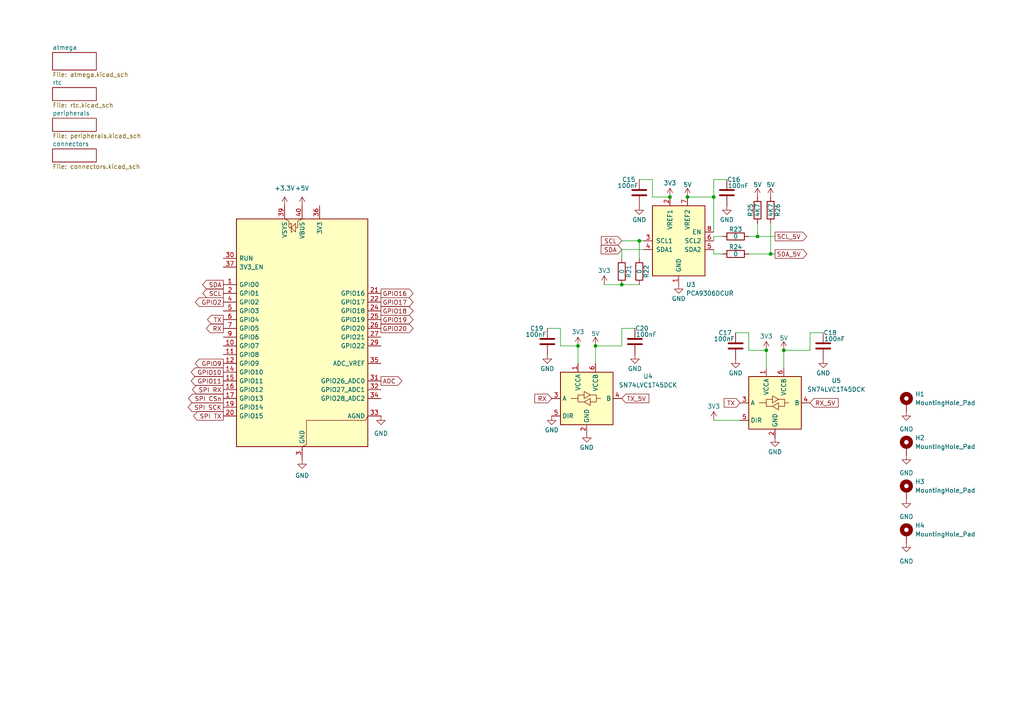
<source format=kicad_sch>
(kicad_sch (version 20250114) (generator "eeschema") (generator_version "9.0")
  (paper "A4")
  (title_block (title "Raspberry Pi Pico Logger") (date "2026-01-06") (rev "3.0") (company "Creator: Piotr Kłyś"))
  (lib_symbols
    (symbol "Device:C" (pin_numbers (hide yes)) (pin_names (offset 0.254))
      (property "Reference" "C" (at 0.635 2.54 0))
      (property "Value" "C" (at 0.635 -2.54 0))
      (symbol "C_0_1"
        (polyline (pts (xy -2.032 0.762) (xy 2.032 0.762)) (stroke (width 0.508)))
        (polyline (pts (xy -2.032 -0.762) (xy 2.032 -0.762)) (stroke (width 0.508)))
      )
      (symbol "C_1_1"
        (pin passive line (at 0 3.81 270) (length 2.794) (name "~") (number "1"))
        (pin passive line (at 0 -3.81 90) (length 2.794) (name "~") (number "2"))
      )
    )
    (symbol "Device:R" (pin_numbers (hide yes)) (pin_names (offset 0))
      (property "Reference" "R" (at 2.032 0 90))
      (property "Value" "R" (at 0 0 90))
      (symbol "R_0_1"
        (rectangle (start -1.016 -2.54) (end 1.016 2.54) (stroke (width 0.254)))
      )
      (symbol "R_1_1"
        (pin passive line (at 0 3.81 270) (length 1.27) (name "~") (number "1"))
        (pin passive line (at 0 -3.81 90) (length 1.27) (name "~") (number "2"))
      )
    )
    (symbol "Interface:PCA9306" (pin_names (offset 1.016))
      (property "Reference" "U" (at -7.62 11.43 0))
      (property "Value" "PCA9306" (at 5.08 11.43 0))
      (symbol "PCA9306_0_1"
        (rectangle (start -7.62 10.16) (end 7.62 -10.16) (stroke (width 0.254)) (fill (type background)))
      )
      (symbol "PCA9306_1_1"
        (pin bidirectional line (at -10.16 0 0) (length 2.54) (name "SCL1") (number "3"))
        (pin bidirectional line (at -10.16 -2.54 0) (length 2.54) (name "SDA1") (number "4"))
        (pin power_in line (at -2.54 12.7 270) (length 2.54) (name "VREF1") (number "2"))
        (pin power_in line (at 0 -12.7 90) (length 2.54) (name "GND") (number "1"))
        (pin power_in line (at 2.54 12.7 270) (length 2.54) (name "VREF2") (number "7"))
        (pin input line (at 10.16 2.54 180) (length 2.54) (name "EN") (number "8"))
        (pin bidirectional line (at 10.16 0 180) (length 2.54) (name "SCL2") (number "6"))
        (pin bidirectional line (at 10.16 -2.54 180) (length 2.54) (name "SDA2") (number "5"))
      )
    )
    (symbol "Logic_LevelTranslator:SN74LVC1T45DCK"
      (property "Reference" "U" (at -6.35 8.89 0))
      (property "Value" "SN74LVC1T45DCK" (at 3.81 8.89 0))
      (symbol "SN74LVC1T45DCK_0_1"
        (rectangle (start -7.62 7.62) (end 7.62 -7.62) (stroke (width 0.254)) (fill (type background)))
        (polyline (pts (xy -2.54 0) (xy -2.54 1.016) (xy -0.762 1.016)))
        (polyline (pts (xy -0.762 0) (xy -0.762 2.032) (xy 1.016 1.016) (xy -0.762 0)))
        (polyline (pts (xy -0.762 -1.016) (xy -2.54 -1.016) (xy -2.54 0) (xy -4.572 0)))
        (polyline (pts (xy 1.016 1.016) (xy 2.794 1.016) (xy 2.794 0) (xy 4.064 0)))
        (polyline (pts (xy 1.016 0) (xy 1.016 -1.778) (xy 1.016 -2.032) (xy -0.762 -1.016) (xy 1.016 0)))
        (polyline (pts (xy 2.794 0) (xy 2.794 -1.016) (xy 1.016 -1.016)))
      )
      (symbol "SN74LVC1T45DCK_1_1"
        (pin bidirectional line (at -10.16 0 0) (length 2.54) (name "A") (number "3"))
        (pin input line (at -10.16 -5.08 0) (length 2.54) (name "DIR") (number "5"))
        (pin power_in line (at -2.54 10.16 270) (length 2.54) (name "VCCA") (number "1"))
        (pin power_in line (at 0 -10.16 90) (length 2.54) (name "GND") (number "2"))
        (pin power_in line (at 2.54 10.16 270) (length 2.54) (name "VCCB") (number "6"))
        (pin bidirectional line (at 10.16 0 180) (length 2.54) (name "B") (number "4"))
      )
    )
    (symbol "MCU_Module:RaspberryPi_Pico" (pin_names (offset 0.762))
      (property "Reference" "A" (at -19.05 35.56 0))
      (property "Value" "RaspberryPi_Pico" (at 7.62 35.56 0))
      (symbol "RaspberryPi_Pico_0_1"
        (rectangle (start -19.05 34.29) (end 19.05 -31.75) (stroke (width 0.254)) (fill (type background)))
        (polyline (pts (xy -5.08 34.29) (xy -3.81 33.655) (xy -3.81 31.75) (xy -3.175 31.75)))
        (polyline (pts (xy -3.429 32.766) (xy -3.429 33.02) (xy -3.175 33.02) (xy -3.175 30.48) (xy -2.921 30.48) (xy -2.921 30.734)))
        (polyline (pts (xy -3.175 31.75) (xy -1.905 33.02) (xy -1.905 30.48) (xy -3.175 31.75)))
        (polyline (pts (xy 0 34.29) (xy -1.27 33.655) (xy -1.27 31.75) (xy -1.905 31.75)))
        (polyline (pts (xy 0 -31.75) (xy 1.27 -31.115) (xy 1.27 -24.13) (xy 18.415 -24.13) (xy 19.05 -22.86)))
      )
      (symbol "RaspberryPi_Pico_1_1"
        (pin passive line (at -22.86 22.86 0) (length 3.81) (name "RUN") (number "30"))
        (pin passive line (at -22.86 20.32 0) (length 3.81) (name "3V3_EN") (number "37"))
        (pin bidirectional line (at -22.86 15.24 0) (length 3.81) (name "GPIO0") (number "1"))
        (pin bidirectional line (at -22.86 12.7 0) (length 3.81) (name "GPIO1") (number "2"))
        (pin bidirectional line (at -22.86 10.16 0) (length 3.81) (name "GPIO2") (number "4"))
        (pin bidirectional line (at -22.86 7.62 0) (length 3.81) (name "GPIO3") (number "5"))
        (pin bidirectional line (at -22.86 5.08 0) (length 3.81) (name "GPIO4") (number "6"))
        (pin bidirectional line (at -22.86 2.54 0) (length 3.81) (name "GPIO5") (number "7"))
        (pin bidirectional line (at -22.86 0 0) (length 3.81) (name "GPIO6") (number "9"))
        (pin bidirectional line (at -22.86 -2.54 0) (length 3.81) (name "GPIO7") (number "10"))
        (pin bidirectional line (at -22.86 -5.08 0) (length 3.81) (name "GPIO8") (number "11"))
        (pin bidirectional line (at -22.86 -7.62 0) (length 3.81) (name "GPIO9") (number "12"))
        (pin bidirectional line (at -22.86 -10.16 0) (length 3.81) (name "GPIO10") (number "14"))
        (pin bidirectional line (at -22.86 -12.7 0) (length 3.81) (name "GPIO11") (number "15"))
        (pin bidirectional line (at -22.86 -15.24 0) (length 3.81) (name "GPIO12") (number "16"))
        (pin bidirectional line (at -22.86 -17.78 0) (length 3.81) (name "GPIO13") (number "17"))
        (pin bidirectional line (at -22.86 -20.32 0) (length 3.81) (name "GPIO14") (number "19"))
        (pin bidirectional line (at -22.86 -22.86 0) (length 3.81) (name "GPIO15") (number "20"))
        (pin power_in line (at -5.08 38.1 270) (length 3.81) (name "VSYS") (number "39"))
        (pin power_out line (at 0 38.1 270) (length 3.81) (name "VBUS") (number "40"))
        (pin passive line (at 0 -35.56 90) (length 3.81) (hide yes) (name "GND") (number "13"))
        (pin passive line (at 0 -35.56 90) (length 3.81) (hide yes) (name "GND") (number "18"))
        (pin passive line (at 0 -35.56 90) (length 3.81) (hide yes) (name "GND") (number "23"))
        (pin passive line (at 0 -35.56 90) (length 3.81) (hide yes) (name "GND") (number "28"))
        (pin power_out line (at 0 -35.56 90) (length 3.81) (name "GND") (number "3"))
        (pin passive line (at 0 -35.56 90) (length 3.81) (hide yes) (name "GND") (number "38"))
        (pin passive line (at 0 -35.56 90) (length 3.81) (hide yes) (name "GND") (number "8"))
        (pin power_out line (at 5.08 38.1 270) (length 3.81) (name "3V3") (number "36"))
        (pin bidirectional line (at 22.86 12.7 180) (length 3.81) (name "GPIO16") (number "21"))
        (pin bidirectional line (at 22.86 10.16 180) (length 3.81) (name "GPIO17") (number "22"))
        (pin bidirectional line (at 22.86 7.62 180) (length 3.81) (name "GPIO18") (number "24"))
        (pin bidirectional line (at 22.86 5.08 180) (length 3.81) (name "GPIO19") (number "25"))
        (pin bidirectional line (at 22.86 2.54 180) (length 3.81) (name "GPIO20") (number "26"))
        (pin bidirectional line (at 22.86 0 180) (length 3.81) (name "GPIO21") (number "27"))
        (pin bidirectional line (at 22.86 -2.54 180) (length 3.81) (name "GPIO22") (number "29"))
        (pin power_in line (at 22.86 -7.62 180) (length 3.81) (name "ADC_VREF") (number "35"))
        (pin bidirectional line (at 22.86 -12.7 180) (length 3.81) (name "GPIO26_ADC0") (number "31"))
        (pin bidirectional line (at 22.86 -15.24 180) (length 3.81) (name "GPIO27_ADC1") (number "32"))
        (pin bidirectional line (at 22.86 -17.78 180) (length 3.81) (name "GPIO28_ADC2") (number "34"))
        (pin power_out line (at 22.86 -22.86 180) (length 3.81) (name "AGND") (number "33"))
      )
    )
    (symbol "Mechanical:MountingHole_Pad" (pin_numbers (hide yes)) (pin_names (offset 1.016) (hide yes)) (in_bom no)
      (property "Reference" "H" (at 0 6.35 0))
      (property "Value" "MountingHole_Pad" (at 0 4.445 0))
      (symbol "MountingHole_Pad_0_1"
        (circle (center 0 1.27) (radius 1.27) (stroke (width 1.27)))
      )
      (symbol "MountingHole_Pad_1_1"
        (pin input line (at 0 -2.54 90) (length 2.54) (name "1") (number "1"))
      )
    )
    (symbol "power:+3.3V" (power) (pin_numbers (hide yes)) (pin_names (offset 0) (hide yes))
      (property "Value" "+3.3V" (at 0 3.556 0))
      (symbol "+3.3V_0_1"
        (polyline (pts (xy -0.762 1.27) (xy 0 2.54)))
        (polyline (pts (xy 0 2.54) (xy 0.762 1.27)))
        (polyline (pts (xy 0 0) (xy 0 2.54)))
      )
      (symbol "+3.3V_1_1"
        (pin power_in line (at 0 0 90) (length 0) (name "~") (number "1"))
      )
    )
    (symbol "power:+5V" (power) (pin_numbers (hide yes)) (pin_names (offset 0) (hide yes))
      (property "Value" "+5V" (at 0 3.556 0))
      (symbol "+5V_0_1"
        (polyline (pts (xy -0.762 1.27) (xy 0 2.54)))
        (polyline (pts (xy 0 2.54) (xy 0.762 1.27)))
        (polyline (pts (xy 0 0) (xy 0 2.54)))
      )
      (symbol "+5V_1_1"
        (pin power_in line (at 0 0 90) (length 0) (name "~") (number "1"))
      )
    )
    (symbol "power:GND" (power) (pin_numbers (hide yes)) (pin_names (offset 0) (hide yes))
      (property "Value" "GND" (at 0 -3.81 0))
      (symbol "GND_0_1"
        (polyline (pts (xy 0 0) (xy 0 -1.27) (xy 1.27 -1.27) (xy 0 -2.54) (xy -1.27 -1.27) (xy 0 -1.27)))
      )
      (symbol "GND_1_1"
        (pin power_in line (at 0 0 270) (length 0) (name "~") (number "1"))
      )
    )
  )
  (junction (at 223.52 73.66))
  (junction (at 219.71 68.58))
  (junction (at 227.33 101.6))
  (junction (at 167.64 100.33))
  (junction (at 172.72 100.33))
  (junction (at 194.31 57.15))
  (junction (at 185.42 69.85))
  (junction (at 180.34 82.55))
  (junction (at 199.39 57.15))
  (junction (at 222.25 101.6))
  (junction (at 207.01 57.15))
  (wire (pts (xy 199.39 57.15) (xy 207.01 57.15)))
  (wire (pts (xy 207.01 57.15) (xy 207.01 67.31)))
  (wire (pts (xy 234.95 96.52) (xy 238.76 96.52)))
  (wire (pts (xy 162.56 95.25) (xy 158.75 95.25)))
  (wire (pts (xy 207.01 73.66) (xy 207.01 72.39)))
  (wire (pts (xy 207.01 121.92) (xy 214.63 121.92)))
  (wire (pts (xy 207.01 68.58) (xy 209.55 68.58)))
  (wire (pts (xy 189.23 52.07) (xy 185.42 52.07)))
  (wire (pts (xy 217.17 73.66) (xy 223.52 73.66)))
  (wire (pts (xy 234.95 101.6) (xy 234.95 96.52)))
  (wire (pts (xy 167.64 100.33) (xy 167.64 105.41)))
  (wire (pts (xy 180.34 72.39) (xy 186.69 72.39)))
  (wire (pts (xy 162.56 95.25) (xy 162.56 100.33)))
  (wire (pts (xy 207.01 73.66) (xy 209.55 73.66)))
  (wire (pts (xy 180.34 72.39) (xy 180.34 74.93)))
  (wire (pts (xy 219.71 68.58) (xy 224.79 68.58)))
  (wire (pts (xy 180.34 95.25) (xy 184.15 95.25)))
  (wire (pts (xy 185.42 69.85) (xy 186.69 69.85)))
  (wire (pts (xy 185.42 69.85) (xy 185.42 74.93)))
  (wire (pts (xy 180.34 100.33) (xy 180.34 95.25)))
  (wire (pts (xy 172.72 100.33) (xy 180.34 100.33)))
  (wire (pts (xy 219.71 68.58) (xy 217.17 68.58)))
  (wire (pts (xy 207.01 57.15) (xy 207.01 52.07)))
  (wire (pts (xy 194.31 57.15) (xy 189.23 57.15)))
  (wire (pts (xy 207.01 52.07) (xy 210.82 52.07)))
  (wire (pts (xy 172.72 100.33) (xy 172.72 105.41)))
  (wire (pts (xy 167.64 100.33) (xy 162.56 100.33)))
  (wire (pts (xy 180.34 69.85) (xy 185.42 69.85)))
  (wire (pts (xy 207.01 69.85) (xy 207.01 68.58)))
  (wire (pts (xy 223.52 64.77) (xy 223.52 73.66)))
  (wire (pts (xy 227.33 101.6) (xy 234.95 101.6)))
  (wire (pts (xy 189.23 52.07) (xy 189.23 57.15)))
  (wire (pts (xy 222.25 101.6) (xy 222.25 106.68)))
  (wire (pts (xy 227.33 101.6) (xy 227.33 106.68)))
  (wire (pts (xy 222.25 101.6) (xy 217.17 101.6)))
  (wire (pts (xy 217.17 96.52) (xy 217.17 101.6)))
  (wire (pts (xy 224.79 73.66) (xy 223.52 73.66)))
  (wire (pts (xy 217.17 96.52) (xy 213.36 96.52)))
  (wire (pts (xy 180.34 82.55) (xy 185.42 82.55)))
  (wire (pts (xy 175.26 82.55) (xy 180.34 82.55)))
  (wire (pts (xy 219.71 64.77) (xy 219.71 68.58)))
  (global_label "TX" (shape output) (at 64.77 92.71 180) (property "Intersheetrefs" "${INTERSHEET_REFS}" (effects (hide yes))))
  (global_label "TX" (shape input) (at 214.63 116.84 180) (property "Intersheetrefs" "${INTERSHEET_REFS}" (effects (hide yes))))
  (global_label "GPIO19" (shape output) (at 110.49 92.71 0) (property "Intersheetrefs" "${INTERSHEET_REFS}" (effects (hide yes))))
  (global_label "SCL" (shape output) (at 64.77 85.09 180) (property "Intersheetrefs" "${INTERSHEET_REFS}" (effects (hide yes))))
  (global_label "SPI RX" (shape output) (at 64.77 113.03 180) (property "Intersheetrefs" "${INTERSHEET_REFS}" (effects (hide yes))))
  (global_label "SPI CSn" (shape output) (at 64.77 115.57 180) (property "Intersheetrefs" "${INTERSHEET_REFS}" (effects (hide yes))))
  (global_label "SDA" (shape output) (at 64.77 82.55 180) (property "Intersheetrefs" "${INTERSHEET_REFS}" (effects (hide yes))))
  (global_label "SPI TX" (shape output) (at 64.77 120.65 180) (property "Intersheetrefs" "${INTERSHEET_REFS}" (effects (hide yes))))
  (global_label "GPIO11" (shape output) (at 64.77 110.49 180) (property "Intersheetrefs" "${INTERSHEET_REFS}" (effects (hide yes))))
  (global_label "GPIO9" (shape output) (at 64.77 105.41 180) (property "Intersheetrefs" "${INTERSHEET_REFS}" (effects (hide yes))))
  (global_label "SCL_5V" (shape output) (at 224.79 68.58 0) (property "Intersheetrefs" "${INTERSHEET_REFS}" (effects (hide yes))))
  (global_label "GPIO18" (shape output) (at 110.49 90.17 0) (property "Intersheetrefs" "${INTERSHEET_REFS}" (effects (hide yes))))
  (global_label "GPIO20" (shape output) (at 110.49 95.25 0) (property "Intersheetrefs" "${INTERSHEET_REFS}" (effects (hide yes))))
  (global_label "RX" (shape input) (at 160.02 115.57 180) (property "Intersheetrefs" "${INTERSHEET_REFS}" (effects (hide yes))))
  (global_label "SDA_5V" (shape output) (at 224.79 73.66 0) (property "Intersheetrefs" "${INTERSHEET_REFS}" (effects (hide yes))))
  (global_label "GPIO2" (shape output) (at 64.77 87.63 180) (property "Intersheetrefs" "${INTERSHEET_REFS}" (effects (hide yes))))
  (global_label "GPIO16" (shape output) (at 110.49 85.09 0) (property "Intersheetrefs" "${INTERSHEET_REFS}" (effects (hide yes))))
  (global_label "TX_5V" (shape input) (at 180.34 115.57 0) (property "Intersheetrefs" "${INTERSHEET_REFS}" (effects (hide yes))))
  (global_label "SCL" (shape input) (at 180.34 69.85 180) (property "Intersheetrefs" "${INTERSHEET_REFS}" (effects (hide yes))))
  (global_label "RX" (shape output) (at 64.77 95.25 180) (property "Intersheetrefs" "${INTERSHEET_REFS}" (effects (hide yes))))
  (global_label "RX_5V" (shape input) (at 234.95 116.84 0) (property "Intersheetrefs" "${INTERSHEET_REFS}" (effects (hide yes))))
  (global_label "GPIO17" (shape output) (at 110.49 87.63 0) (property "Intersheetrefs" "${INTERSHEET_REFS}" (effects (hide yes))))
  (global_label "SPI SCK" (shape output) (at 64.77 118.11 180) (property "Intersheetrefs" "${INTERSHEET_REFS}" (effects (hide yes))))
  (global_label "ADC" (shape output) (at 110.49 110.49 0) (property "Intersheetrefs" "${INTERSHEET_REFS}" (effects (hide yes))))
  (global_label "SDA" (shape input) (at 180.34 72.39 180) (property "Intersheetrefs" "${INTERSHEET_REFS}" (effects (hide yes))))
  (global_label "GPIO10" (shape output) (at 64.77 107.95 180) (property "Intersheetrefs" "${INTERSHEET_REFS}" (effects (hide yes))))
  (symbol (lib_id "Device:R") (at 180.34 78.74 180) (unit 1)
    (property "Reference" "R21" (at 182.372 78.74 90))
    (property "Value" "0" (at 180.34 78.74 90))
    (property "Footprint" "Resistor_SMD:R_0805_2012Metric" (effects (hide yes)))
    (property "Description" "Resistor" (effects (hide yes)))
  )
  (symbol (lib_id "MCU_Module:RaspberryPi_Pico") (at 87.63 97.79 0) (unit 1)
    (property "Reference" "A1" (effects (hide yes)))
    (property "Value" "RaspberryPi_Pico" (effects (hide yes)))
    (property "Footprint" "Library:RaspberryPi_Pico_Common_THT" (effects (hide yes)))
    (property "Datasheet" "https://datasheets.raspberrypi.com/pico/pico-datasheet.pdf" (effects (hide yes)))
    (property "Description" "Versatile and inexpensive microcontroller module powered by RP2040 dual-core Arm Cortex-M0+ processor up to 133 MHz, 264kB SRAM, 2MB QSPI flash; also supports Raspberry Pi Pico 2" (effects (hide yes)))
  )
  (symbol (lib_id "Mechanical:MountingHole_Pad") (at 262.89 142.24 0) (unit 1) (in_bom no)
    (property "Reference" "H3" (at 265.43 139.6999 0) (effects (justify left)))
    (property "Value" "MountingHole_Pad" (at 265.43 142.2399 0) (effects (justify left)))
    (property "Footprint" "MountingHole:MountingHole_3.2mm_M3_DIN965_Pad" (effects (hide yes)))
    (property "Description" "Mounting Hole with connection" (effects (hide yes)))
  )
  (symbol (lib_id "Device:R") (at 219.71 60.96 0) (unit 1)
    (property "Reference" "R25" (at 217.678 60.96 90))
    (property "Value" "4K7" (at 219.71 60.96 90))
    (property "Footprint" "Resistor_SMD:R_0805_2012Metric" (effects (hide yes)))
    (property "Description" "Resistor" (effects (hide yes)))
  )
  (symbol (lib_id "power:GND") (at 213.36 104.14 0) (unit 1)
    (property "Reference" "#PWR062" (effects (hide yes)))
    (property "Value" "GND" (at 213.36 108.204 0))
    (property "Description" "Power symbol creates a global label with name \"GND\" , ground" (effects (hide yes)))
  )
  (symbol (lib_id "Interface:PCA9306") (at 196.85 69.85 0) (unit 1)
    (property "Reference" "U3" (at 198.9933 82.55 0) (effects (justify left)))
    (property "Value" "PCA9306DCUR" (at 198.9933 85.09 0) (effects (justify left)))
    (property "Footprint" "Package_SO:VSSOP-8_2.3x2mm_P0.5mm" (effects (hide yes)))
    (property "Datasheet" "http://www.ti.com/lit/ds/symlink/pca9306.pdf" (effects (hide yes)))
    (property "Description" "Dual bidirectional I2C Bus and SMBus voltage level translator" (effects (hide yes)))
  )
  (symbol (lib_id "power:+3.3V") (at 207.01 121.92 0) (unit 1)
    (property "Reference" "#PWR071" (effects (hide yes)))
    (property "Value" "3V3" (at 207.01 117.856 0))
    (property "Description" "Power symbol creates a global label with name \"+3.3V\"" (effects (hide yes)))
  )
  (symbol (lib_id "power:GND") (at 262.89 132.08 0) (unit 1)
    (property "Reference" "#PWR09" (effects (hide yes)))
    (property "Value" "GND" (at 262.89 137.16 0))
    (property "Description" "Power symbol creates a global label with name \"GND\" , ground" (effects (hide yes)))
  )
  (symbol (lib_id "Mechanical:MountingHole_Pad") (at 262.89 116.84 0) (unit 1) (in_bom no)
    (property "Reference" "H1" (at 265.43 114.2999 0) (effects (justify left)))
    (property "Value" "MountingHole_Pad" (at 265.43 116.8399 0) (effects (justify left)))
    (property "Footprint" "MountingHole:MountingHole_3.2mm_M3_DIN965_Pad" (effects (hide yes)))
    (property "Description" "Mounting Hole with connection" (effects (hide yes)))
  )
  (symbol (lib_id "power:+3.3V") (at 222.25 101.6 0) (unit 1)
    (property "Reference" "#PWR063" (effects (hide yes)))
    (property "Value" "3V3" (at 222.25 97.536 0))
    (property "Description" "Power symbol creates a global label with name \"+3.3V\"" (effects (hide yes)))
  )
  (symbol (lib_id "power:+5V") (at 87.63 59.69 0) (unit 1)
    (property "Reference" "#PWR04" (effects (hide yes)))
    (property "Value" "+5V" (at 87.63 54.61 0))
    (property "Description" "Power symbol creates a global label with name \"+5V\"" (effects (hide yes)))
  )
  (symbol (lib_id "Device:R") (at 185.42 78.74 180) (unit 1)
    (property "Reference" "R22" (at 187.452 78.74 90))
    (property "Value" "0" (at 185.42 78.74 90))
    (property "Footprint" "Resistor_SMD:R_0805_2012Metric" (effects (hide yes)))
    (property "Description" "Resistor" (effects (hide yes)))
  )
  (symbol (lib_id "power:GND") (at 262.89 144.78 0) (unit 1)
    (property "Reference" "#PWR08" (effects (hide yes)))
    (property "Value" "GND" (at 262.89 149.86 0))
    (property "Description" "Power symbol creates a global label with name \"GND\" , ground" (effects (hide yes)))
  )
  (symbol (lib_id "Device:R") (at 223.52 60.96 180) (unit 1)
    (property "Reference" "R26" (at 225.552 60.96 90))
    (property "Value" "4K7" (at 223.52 60.96 90))
    (property "Footprint" "Resistor_SMD:R_0805_2012Metric" (effects (hide yes)))
    (property "Description" "Resistor" (effects (hide yes)))
  )
  (symbol (lib_id "power:GND") (at 238.76 104.14 0) (unit 1)
    (property "Reference" "#PWR065" (effects (hide yes)))
    (property "Value" "GND" (at 238.76 108.204 0))
    (property "Description" "Power symbol creates a global label with name \"GND\" , ground" (effects (hide yes)))
  )
  (symbol (lib_id "Mechanical:MountingHole_Pad") (at 262.89 129.54 0) (unit 1) (in_bom no)
    (property "Reference" "H2" (at 265.43 126.9999 0) (effects (justify left)))
    (property "Value" "MountingHole_Pad" (at 265.43 129.5399 0) (effects (justify left)))
    (property "Footprint" "MountingHole:MountingHole_3.2mm_M3_DIN965_Pad" (effects (hide yes)))
    (property "Description" "Mounting Hole with connection" (effects (hide yes)))
  )
  (symbol (lib_id "Device:C") (at 185.42 55.88 0) (unit 1)
    (property "Reference" "C15" (at 182.372 52.07 0))
    (property "Value" "100nF" (at 182.118 53.848 0))
    (property "Footprint" "Capacitor_SMD:C_0805_2012Metric" (effects (hide yes)))
    (property "Description" "Unpolarized capacitor" (effects (hide yes)))
  )
  (symbol (lib_id "power:+5V") (at 199.39 57.15 0) (unit 1)
    (property "Reference" "#PWR088" (effects (hide yes)))
    (property "Value" "5V" (at 199.39 53.594 0))
    (property "Description" "Power symbol creates a global label with name \"+5V\"" (effects (hide yes)))
  )
  (symbol (lib_id "Mechanical:MountingHole_Pad") (at 262.89 154.94 0) (unit 1) (in_bom no)
    (property "Reference" "H4" (at 265.43 152.3999 0) (effects (justify left)))
    (property "Value" "MountingHole_Pad" (at 265.43 154.9399 0) (effects (justify left)))
    (property "Footprint" "MountingHole:MountingHole_3.2mm_M3_DIN965_Pad" (effects (hide yes)))
    (property "Description" "Mounting Hole with connection" (effects (hide yes)))
  )
  (symbol (lib_id "Logic_LevelTranslator:SN74LVC1T45DCK") (at 170.18 115.57 0) (unit 1)
    (property "Reference" "U4" (at 187.96 109.1498 0))
    (property "Value" "SN74LVC1T45DCK" (at 187.96 111.6898 0))
    (property "Footprint" "Package_TO_SOT_SMD:SOT-363_SC-70-6" (effects (hide yes)))
    (property "Datasheet" "http://www.ti.com/lit/ds/symlink/sn74lvc1t45.pdf" (effects (hide yes)))
    (property "Description" "Single-Bit Dual-Supply Bus Transceiver With Configurable Voltage Translation and 3-State Outputs, SOT-363" (effects (hide yes)))
  )
  (symbol (lib_id "Device:C") (at 184.15 99.06 0) (unit 1)
    (property "Reference" "C20" (at 186.182 95.25 0))
    (property "Value" "100nF" (at 187.452 97.028 0))
    (property "Footprint" "Capacitor_SMD:C_0805_2012Metric" (effects (hide yes)))
    (property "Description" "Unpolarized capacitor" (effects (hide yes)))
  )
  (symbol (lib_id "power:GND") (at 224.79 127 0) (unit 1)
    (property "Reference" "#PWR060" (effects (hide yes)))
    (property "Value" "GND" (at 224.79 131.064 0))
    (property "Description" "Power symbol creates a global label with name \"GND\" , ground" (effects (hide yes)))
  )
  (symbol (lib_id "power:GND") (at 262.89 119.38 0) (unit 1)
    (property "Reference" "#PWR06" (effects (hide yes)))
    (property "Value" "GND" (at 262.89 124.46 0))
    (property "Description" "Power symbol creates a global label with name \"GND\" , ground" (effects (hide yes)))
  )
  (symbol (lib_id "power:+5V") (at 227.33 101.6 0) (unit 1)
    (property "Reference" "#PWR064" (effects (hide yes)))
    (property "Value" "5V" (at 227.33 98.044 0))
    (property "Description" "Power symbol creates a global label with name \"+5V\"" (effects (hide yes)))
  )
  (symbol (lib_id "power:GND") (at 160.02 120.65 0) (unit 1)
    (property "Reference" "#PWR070" (effects (hide yes)))
    (property "Value" "GND" (at 160.02 124.714 0))
    (property "Description" "Power symbol creates a global label with name \"GND\" , ground" (effects (hide yes)))
  )
  (symbol (lib_id "power:GND") (at 87.63 133.35 0) (unit 1)
    (property "Reference" "#PWR01" (effects (hide yes)))
    (property "Value" "GND" (at 87.63 137.922 0))
    (property "Description" "Power symbol creates a global label with name \"GND\" , ground" (effects (hide yes)))
  )
  (symbol (lib_id "power:+3.3V") (at 194.31 57.15 0) (unit 1)
    (property "Reference" "#PWR087" (effects (hide yes)))
    (property "Value" "3V3" (at 194.31 53.086 0))
    (property "Description" "Power symbol creates a global label with name \"+3.3V\"" (effects (hide yes)))
  )
  (symbol (lib_id "power:GND") (at 196.85 82.55 0) (unit 1)
    (property "Reference" "#PWR086" (effects (hide yes)))
    (property "Value" "GND" (at 196.85 86.614 0))
    (property "Description" "Power symbol creates a global label with name \"GND\" , ground" (effects (hide yes)))
  )
  (symbol (lib_id "power:GND") (at 184.15 102.87 0) (unit 1)
    (property "Reference" "#PWR069" (effects (hide yes)))
    (property "Value" "GND" (at 184.15 106.934 0))
    (property "Description" "Power symbol creates a global label with name \"GND\" , ground" (effects (hide yes)))
  )
  (symbol (lib_id "power:+3.3V") (at 167.64 100.33 0) (unit 1)
    (property "Reference" "#PWR067" (effects (hide yes)))
    (property "Value" "3V3" (at 167.64 96.266 0))
    (property "Description" "Power symbol creates a global label with name \"+3.3V\"" (effects (hide yes)))
  )
  (symbol (lib_id "power:+5V") (at 223.52 57.15 0) (unit 1)
    (property "Reference" "#PWR090" (effects (hide yes)))
    (property "Value" "5V" (at 223.52 53.594 0))
    (property "Description" "Power symbol creates a global label with name \"+5V\"" (effects (hide yes)))
  )
  (symbol (lib_id "power:+3.3V") (at 175.26 82.55 0) (unit 1)
    (property "Reference" "#PWR0120" (effects (hide yes)))
    (property "Value" "3V3" (at 175.26 78.486 0))
    (property "Description" "Power symbol creates a global label with name \"+3.3V\"" (effects (hide yes)))
  )
  (symbol (lib_id "Device:C") (at 238.76 100.33 0) (unit 1)
    (property "Reference" "C18" (at 240.792 96.52 0))
    (property "Value" "100nF" (at 242.062 98.298 0))
    (property "Footprint" "Capacitor_SMD:C_0805_2012Metric" (effects (hide yes)))
    (property "Description" "Unpolarized capacitor" (effects (hide yes)))
  )
  (symbol (lib_id "power:GND") (at 210.82 59.69 0) (unit 1)
    (property "Reference" "#PWR091" (effects (hide yes)))
    (property "Value" "GND" (at 210.82 63.754 0))
    (property "Description" "Power symbol creates a global label with name \"GND\" , ground" (effects (hide yes)))
  )
  (symbol (lib_id "Device:C") (at 158.75 99.06 0) (unit 1)
    (property "Reference" "C19" (at 155.702 95.25 0))
    (property "Value" "100nF" (at 155.448 97.028 0))
    (property "Footprint" "Capacitor_SMD:C_0805_2012Metric" (effects (hide yes)))
    (property "Description" "Unpolarized capacitor" (effects (hide yes)))
  )
  (symbol (lib_id "Device:C") (at 210.82 55.88 0) (unit 1)
    (property "Reference" "C16" (at 212.852 52.07 0))
    (property "Value" "100nF" (at 214.122 53.848 0))
    (property "Footprint" "Capacitor_SMD:C_0805_2012Metric" (effects (hide yes)))
    (property "Description" "Unpolarized capacitor" (effects (hide yes)))
  )
  (symbol (lib_id "power:GND") (at 158.75 102.87 0) (unit 1)
    (property "Reference" "#PWR066" (effects (hide yes)))
    (property "Value" "GND" (at 158.75 106.934 0))
    (property "Description" "Power symbol creates a global label with name \"GND\" , ground" (effects (hide yes)))
  )
  (symbol (lib_id "power:+3.3V") (at 82.55 59.69 0) (unit 1)
    (property "Reference" "#PWR016" (effects (hide yes)))
    (property "Value" "+3.3V" (at 82.55 54.61 0))
    (property "Description" "Power symbol creates a global label with name \"+3.3V\"" (effects (hide yes)))
  )
  (symbol (lib_id "power:+5V") (at 172.72 100.33 0) (unit 1)
    (property "Reference" "#PWR068" (effects (hide yes)))
    (property "Value" "5V" (at 172.72 96.774 0))
    (property "Description" "Power symbol creates a global label with name \"+5V\"" (effects (hide yes)))
  )
  (symbol (lib_id "Device:C") (at 213.36 100.33 0) (unit 1)
    (property "Reference" "C17" (at 210.312 96.52 0))
    (property "Value" "100nF" (at 210.058 98.298 0))
    (property "Footprint" "Capacitor_SMD:C_0805_2012Metric" (effects (hide yes)))
    (property "Description" "Unpolarized capacitor" (effects (hide yes)))
  )
  (symbol (lib_id "power:GND") (at 262.89 157.48 0) (unit 1)
    (property "Reference" "#PWR07" (effects (hide yes)))
    (property "Value" "GND" (at 262.89 162.814 0))
    (property "Description" "Power symbol creates a global label with name \"GND\" , ground" (effects (hide yes)))
  )
  (symbol (lib_id "Device:R") (at 213.36 68.58 270) (unit 1)
    (property "Reference" "R23" (at 213.36 66.548 90))
    (property "Value" "0" (at 213.36 68.58 90))
    (property "Footprint" "Resistor_SMD:R_0805_2012Metric" (effects (hide yes)))
    (property "Description" "Resistor" (effects (hide yes)))
  )
  (symbol (lib_id "Logic_LevelTranslator:SN74LVC1T45DCK") (at 224.79 116.84 0) (unit 1)
    (property "Reference" "U5" (at 242.57 110.4198 0))
    (property "Value" "SN74LVC1T45DCK" (at 242.57 112.9598 0))
    (property "Footprint" "Package_TO_SOT_SMD:SOT-363_SC-70-6" (effects (hide yes)))
    (property "Datasheet" "http://www.ti.com/lit/ds/symlink/sn74lvc1t45.pdf" (effects (hide yes)))
    (property "Description" "Single-Bit Dual-Supply Bus Transceiver With Configurable Voltage Translation and 3-State Outputs, SOT-363" (effects (hide yes)))
  )
  (symbol (lib_id "Device:R") (at 213.36 73.66 270) (unit 1)
    (property "Reference" "R24" (at 213.36 71.628 90))
    (property "Value" "0" (at 213.36 73.66 90))
    (property "Footprint" "Resistor_SMD:R_0805_2012Metric" (effects (hide yes)))
    (property "Description" "Resistor" (effects (hide yes)))
  )
  (symbol (lib_id "power:GND") (at 170.18 125.73 0) (unit 1)
    (property "Reference" "#PWR061" (effects (hide yes)))
    (property "Value" "GND" (at 170.18 129.794 0))
    (property "Description" "Power symbol creates a global label with name \"GND\" , ground" (effects (hide yes)))
  )
  (symbol (lib_id "power:+5V") (at 219.71 57.15 0) (unit 1)
    (property "Reference" "#PWR089" (effects (hide yes)))
    (property "Value" "5V" (at 219.71 53.594 0))
    (property "Description" "Power symbol creates a global label with name \"+5V\"" (effects (hide yes)))
  )
  (symbol (lib_id "power:GND") (at 185.42 59.69 0) (unit 1)
    (property "Reference" "#PWR092" (effects (hide yes)))
    (property "Value" "GND" (at 185.42 63.754 0))
    (property "Description" "Power symbol creates a global label with name \"GND\" , ground" (effects (hide yes)))
  )
  (symbol (lib_id "power:GND") (at 110.49 120.65 0) (unit 1)
    (property "Reference" "#PWR02" (effects (hide yes)))
    (property "Value" "GND" (at 110.49 125.73 0))
    (property "Description" "Power symbol creates a global label with name \"GND\" , ground" (effects (hide yes)))
  )
  (sheet (at 15.24 25.4) (size 12.7 3.81) (stroke (width 0.1524))
    (property "Sheetname" "rtc" (at 15.24 24.6884 0) (effects (justify left bottom)))
    (property "Sheetfile" "rtc.kicad_sch" (at 15.24 29.7946 0) (effects (justify left top)))
  )
  (sheet (at 15.24 34.29) (size 12.7 3.81) (stroke (width 0.1524))
    (property "Sheetname" "peripherals" (at 15.24 33.5784 0) (effects (justify left bottom)))
    (property "Sheetfile" "peripherals.kicad_sch" (at 15.24 38.6846 0) (effects (justify left top)))
  )
  (sheet (at 15.24 15.24) (size 12.7 5.08) (stroke (width 0.1524))
    (property "Sheetname" "atmega" (at 15.24 14.5284 0) (effects (justify left bottom)))
    (property "Sheetfile" "atmega.kicad_sch" (at 15.24 20.9046 0) (effects (justify left top)))
  )
  (sheet (at 15.24 43.18) (size 12.7 3.81) (stroke (width 0.1524))
    (property "Sheetname" "connectors" (at 15.24 42.4684 0) (effects (justify left bottom)))
    (property "Sheetfile" "connectors.kicad_sch" (at 15.24 47.5746 0) (effects (justify left top)))
  )
)
</source>
